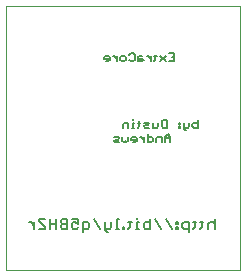
<source format=gbo>
G75*
G70*
%OFA0B0*%
%FSLAX24Y24*%
%IPPOS*%
%LPD*%
%AMOC8*
5,1,8,0,0,1.08239X$1,22.5*
%
%ADD10C,0.0010*%
%ADD11C,0.0050*%
%ADD12C,0.0060*%
%ADD13C,0.0080*%
D10*
X000232Y000826D02*
X008032Y000826D01*
X008032Y009626D01*
X000232Y009626D01*
X000232Y000826D01*
D11*
X003551Y007791D02*
X003641Y007791D01*
X003686Y007836D01*
X003686Y007927D01*
X003641Y007972D01*
X003551Y007972D01*
X003506Y007927D01*
X003506Y007881D01*
X003686Y007881D01*
X003797Y007972D02*
X003842Y007972D01*
X003932Y007881D01*
X003932Y007791D02*
X003932Y007972D01*
X004046Y007927D02*
X004046Y007836D01*
X004091Y007791D01*
X004181Y007791D01*
X004226Y007836D01*
X004226Y007927D01*
X004181Y007972D01*
X004091Y007972D01*
X004046Y007927D01*
X004341Y008017D02*
X004386Y008062D01*
X004476Y008062D01*
X004521Y008017D01*
X004521Y007836D01*
X004476Y007791D01*
X004386Y007791D01*
X004341Y007836D01*
X004635Y007791D02*
X004771Y007791D01*
X004816Y007836D01*
X004771Y007881D01*
X004635Y007881D01*
X004635Y007927D02*
X004635Y007791D01*
X004635Y007927D02*
X004681Y007972D01*
X004771Y007972D01*
X004926Y007972D02*
X004971Y007972D01*
X005061Y007881D01*
X005061Y007791D02*
X005061Y007972D01*
X005167Y007972D02*
X005258Y007972D01*
X005213Y008017D02*
X005213Y007836D01*
X005167Y007791D01*
X005372Y007791D02*
X005552Y007972D01*
X005372Y007972D02*
X005552Y007791D01*
X005667Y007791D02*
X005847Y007791D01*
X005847Y008062D01*
X005667Y008062D01*
X005757Y007927D02*
X005847Y007927D01*
D12*
X005591Y005837D02*
X005460Y005837D01*
X005417Y005793D01*
X005417Y005620D01*
X005460Y005576D01*
X005591Y005576D01*
X005591Y005837D01*
X005296Y005750D02*
X005296Y005620D01*
X005253Y005576D01*
X005122Y005576D01*
X005122Y005750D01*
X005001Y005707D02*
X004958Y005750D01*
X004828Y005750D01*
X004871Y005663D02*
X004958Y005663D01*
X005001Y005707D01*
X005001Y005576D02*
X004871Y005576D01*
X004828Y005620D01*
X004871Y005663D01*
X004707Y005750D02*
X004620Y005750D01*
X004663Y005793D02*
X004663Y005620D01*
X004620Y005576D01*
X004510Y005576D02*
X004423Y005576D01*
X004467Y005576D02*
X004467Y005750D01*
X004510Y005750D01*
X004467Y005837D02*
X004467Y005880D01*
X004314Y005750D02*
X004184Y005750D01*
X004140Y005707D01*
X004140Y005576D01*
X004314Y005576D02*
X004314Y005750D01*
X004288Y005270D02*
X004288Y005140D01*
X004244Y005096D01*
X004201Y005140D01*
X004158Y005096D01*
X004114Y005140D01*
X004114Y005270D01*
X003993Y005227D02*
X003950Y005270D01*
X003820Y005270D01*
X003863Y005183D02*
X003950Y005183D01*
X003993Y005227D01*
X003993Y005096D02*
X003863Y005096D01*
X003820Y005140D01*
X003863Y005183D01*
X004409Y005183D02*
X004582Y005183D01*
X004582Y005140D02*
X004582Y005227D01*
X004539Y005270D01*
X004452Y005270D01*
X004409Y005227D01*
X004409Y005183D01*
X004452Y005096D02*
X004539Y005096D01*
X004582Y005140D01*
X004698Y005270D02*
X004741Y005270D01*
X004828Y005183D01*
X004828Y005096D02*
X004828Y005270D01*
X004949Y005270D02*
X005079Y005270D01*
X005123Y005227D01*
X005123Y005140D01*
X005079Y005096D01*
X004949Y005096D01*
X004949Y005357D01*
X005244Y005227D02*
X005244Y005096D01*
X005244Y005227D02*
X005287Y005270D01*
X005417Y005270D01*
X005417Y005096D01*
X005538Y005096D02*
X005538Y005270D01*
X005625Y005357D01*
X005712Y005270D01*
X005712Y005096D01*
X005712Y005227D02*
X005538Y005227D01*
X005989Y005576D02*
X006033Y005576D01*
X006033Y005620D01*
X005989Y005620D01*
X005989Y005576D01*
X005989Y005707D02*
X006033Y005707D01*
X006033Y005750D01*
X005989Y005750D01*
X005989Y005707D01*
X006154Y005750D02*
X006154Y005533D01*
X006197Y005490D01*
X006240Y005490D01*
X006284Y005576D02*
X006154Y005576D01*
X006284Y005576D02*
X006327Y005620D01*
X006327Y005750D01*
X006448Y005707D02*
X006448Y005620D01*
X006492Y005576D01*
X006622Y005576D01*
X006622Y005837D01*
X006622Y005750D02*
X006492Y005750D01*
X006448Y005707D01*
D13*
X004612Y002580D02*
X004612Y002527D01*
X004612Y002420D02*
X004612Y002206D01*
X004665Y002206D02*
X004558Y002206D01*
X004366Y002260D02*
X004313Y002206D01*
X004366Y002260D02*
X004366Y002473D01*
X004313Y002420D02*
X004420Y002420D01*
X004612Y002420D02*
X004665Y002420D01*
X004820Y002367D02*
X004820Y002260D01*
X004873Y002206D01*
X005033Y002206D01*
X005033Y002527D01*
X005033Y002420D02*
X004873Y002420D01*
X004820Y002367D01*
X005188Y002527D02*
X005402Y002206D01*
X005557Y002527D02*
X005770Y002206D01*
X005901Y002206D02*
X005901Y002260D01*
X005954Y002260D01*
X005954Y002206D01*
X005901Y002206D01*
X005901Y002367D02*
X005954Y002367D01*
X005954Y002420D01*
X005901Y002420D01*
X005901Y002367D01*
X006109Y002367D02*
X006109Y002260D01*
X006162Y002206D01*
X006322Y002206D01*
X006322Y002100D02*
X006322Y002420D01*
X006162Y002420D01*
X006109Y002367D01*
X006461Y002420D02*
X006568Y002420D01*
X006515Y002473D02*
X006515Y002260D01*
X006461Y002206D01*
X006707Y002206D02*
X006760Y002260D01*
X006760Y002473D01*
X006707Y002420D02*
X006814Y002420D01*
X006968Y002367D02*
X006968Y002206D01*
X006968Y002367D02*
X007022Y002420D01*
X007128Y002420D01*
X007182Y002367D01*
X007182Y002527D02*
X007182Y002206D01*
X004174Y002206D02*
X004121Y002206D01*
X004121Y002260D01*
X004174Y002260D01*
X004174Y002206D01*
X003990Y002206D02*
X003883Y002206D01*
X003937Y002206D02*
X003937Y002527D01*
X003990Y002527D01*
X003744Y002420D02*
X003744Y002260D01*
X003691Y002206D01*
X003531Y002206D01*
X003531Y002153D02*
X003584Y002100D01*
X003638Y002100D01*
X003531Y002153D02*
X003531Y002420D01*
X003376Y002206D02*
X003163Y002527D01*
X003008Y002367D02*
X003008Y002260D01*
X002954Y002206D01*
X002794Y002206D01*
X002794Y002100D02*
X002794Y002420D01*
X002954Y002420D01*
X003008Y002367D01*
X002640Y002367D02*
X002533Y002420D01*
X002479Y002420D01*
X002426Y002367D01*
X002426Y002260D01*
X002479Y002206D01*
X002586Y002206D01*
X002640Y002260D01*
X002640Y002367D02*
X002640Y002527D01*
X002426Y002527D01*
X002271Y002527D02*
X002111Y002527D01*
X002058Y002473D01*
X002058Y002420D01*
X002111Y002367D01*
X002271Y002367D01*
X002271Y002527D02*
X002271Y002206D01*
X002111Y002206D01*
X002058Y002260D01*
X002058Y002313D01*
X002111Y002367D01*
X001903Y002367D02*
X001689Y002367D01*
X001689Y002527D02*
X001689Y002206D01*
X001535Y002206D02*
X001535Y002260D01*
X001321Y002473D01*
X001321Y002527D01*
X001535Y002527D01*
X001535Y002206D02*
X001321Y002206D01*
X001166Y002206D02*
X001166Y002420D01*
X001060Y002420D02*
X001166Y002313D01*
X001060Y002420D02*
X001006Y002420D01*
X001903Y002527D02*
X001903Y002206D01*
M02*

</source>
